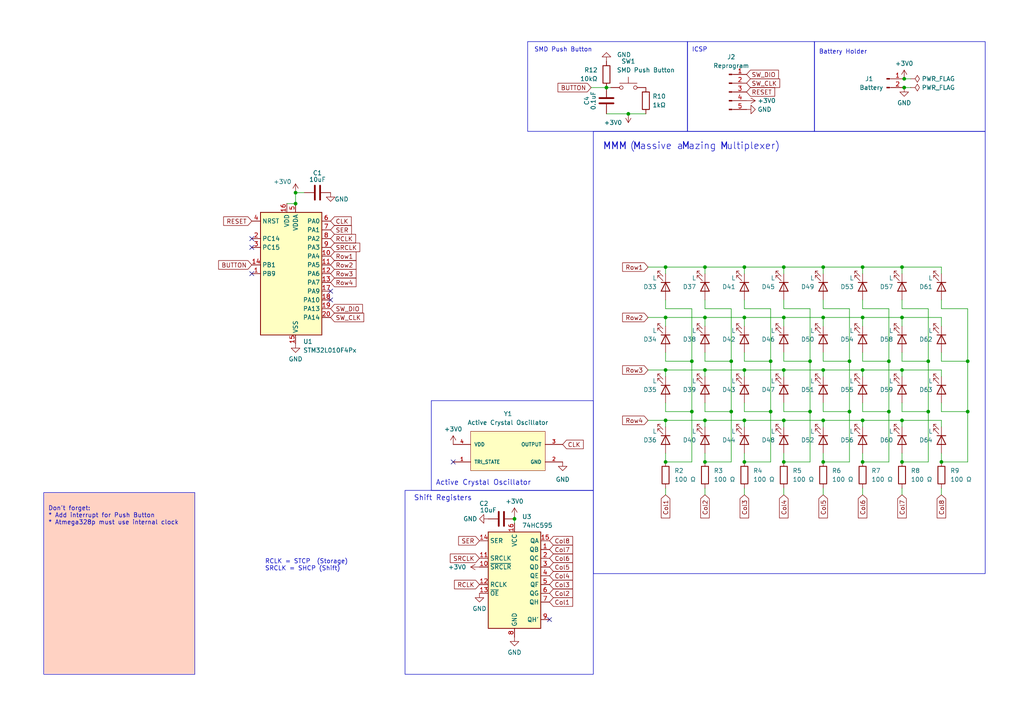
<source format=kicad_sch>
(kicad_sch (version 20230121) (generator eeschema)
  (paper "A4")
  (title_block (title "Holographic Business Card") (date "2024-12-20"))
  (lib_symbols
    (symbol "74xx:74HC595"
      (property "Reference" "U" (at -7.62 13.97 0))
      (property "Value" "74HC595" (at -7.62 -16.51 0))
      (symbol "74HC595_1_0"
        (pin tri_state line (at 10.16 7.62 180) (length 2.54) (name "QB") (number "1"))
        (pin input line (at -10.16 2.54 0) (length 2.54) (name "~{SRCLR}") (number "10"))
        (pin input line (at -10.16 5.08 0) (length 2.54) (name "SRCLK") (number "11"))
        (pin input line (at -10.16 -2.54 0) (length 2.54) (name "RCLK") (number "12"))
        (pin input line (at -10.16 -5.08 0) (length 2.54) (name "~{OE}") (number "13"))
        (pin input line (at -10.16 10.16 0) (length 2.54) (name "SER") (number "14"))
        (pin tri_state line (at 10.16 10.16 180) (length 2.54) (name "QA") (number "15"))
        (pin power_in line (at 0 15.24 270) (length 2.54) (name "VCC") (number "16"))
        (pin tri_state line (at 10.16 5.08 180) (length 2.54) (name "QC") (number "2"))
        (pin tri_state line (at 10.16 2.54 180) (length 2.54) (name "QD") (number "3"))
        (pin tri_state line (at 10.16 0 180) (length 2.54) (name "QE") (number "4"))
        (pin tri_state line (at 10.16 -2.54 180) (length 2.54) (name "QF") (number "5"))
        (pin tri_state line (at 10.16 -5.08 180) (length 2.54) (name "QG") (number "6"))
        (pin tri_state line (at 10.16 -7.62 180) (length 2.54) (name "QH") (number "7"))
        (pin power_in line (at 0 -17.78 90) (length 2.54) (name "GND") (number "8"))
        (pin output line (at 10.16 -12.7 180) (length 2.54) (name "QH'") (number "9"))
      )
      (symbol "74HC595_1_1"
        (rectangle (start -7.62 12.7) (end 7.62 -15.24) (stroke (width 0.254)) (fill (type background)))
      )
    )
    (symbol "Colins_schematics:ECS-2520MV-160-CN-TR" (pin_names (offset 1.016))
      (property "Reference" "Y" (at -8.89 0 0))
      (property "Value" "Active Crystal Oscillator" (at -6.35 -12.7 0))
      (symbol "ECS-2520MV-160-CN-TR_0_0"
        (rectangle (start -6.35 1.27) (end 15.24 -10.16) (stroke (width 0.127)) (fill (type background)))
        (pin input line (at -11.43 -7.62 0) (length 5.08) (name "TRI_STATE") (number "1"))
        (pin power_in line (at 20.32 -7.62 180) (length 5.08) (name "GND") (number "2"))
        (pin output line (at 20.32 -2.54 180) (length 5.08) (name "OUTPUT") (number "3"))
        (pin input line (at -11.43 -2.54 0) (length 5.08) (name "VDD") (number "4"))
      )
    )
    (symbol "Connector:Conn_01x02_Pin" (pin_names (offset 1.016) hide)
      (property "Reference" "J" (at 0 2.54 0))
      (property "Value" "Conn_01x02_Pin" (at 0 -5.08 0))
      (symbol "Conn_01x02_Pin_1_1"
        (polyline (pts (xy 1.27 -2.54) (xy 0.8636 -2.54)) (stroke (width 0.1524)))
        (polyline (pts (xy 1.27 0) (xy 0.8636 0)) (stroke (width 0.1524)))
        (rectangle (start 0.8636 -2.413) (end 0 -2.667) (stroke (width 0.1524)) (fill (type outline)))
        (rectangle (start 0.8636 0.127) (end 0 -0.127) (stroke (width 0.1524)) (fill (type outline)))
        (pin passive line (at 5.08 0 180) (length 3.81) (name "Pin_1") (number "1"))
        (pin passive line (at 5.08 -2.54 180) (length 3.81) (name "Pin_2") (number "2"))
      )
    )
    (symbol "Connector:Conn_01x05_Pin" (pin_names (offset 1.016) hide)
      (property "Reference" "J" (at 0 7.62 0))
      (property "Value" "Conn_01x05_Pin" (at 0 -7.62 0))
      (symbol "Conn_01x05_Pin_1_1"
        (polyline (pts (xy 1.27 -5.08) (xy 0.8636 -5.08)) (stroke (width 0.1524)))
        (polyline (pts (xy 1.27 -2.54) (xy 0.8636 -2.54)) (stroke (width 0.1524)))
        (polyline (pts (xy 1.27 0) (xy 0.8636 0)) (stroke (width 0.1524)))
        (polyline (pts (xy 1.27 2.54) (xy 0.8636 2.54)) (stroke (width 0.1524)))
        (polyline (pts (xy 1.27 5.08) (xy 0.8636 5.08)) (stroke (width 0.1524)))
        (rectangle (start 0.8636 -4.953) (end 0 -5.207) (stroke (width 0.1524)) (fill (type outline)))
        (rectangle (start 0.8636 -2.413) (end 0 -2.667) (stroke (width 0.1524)) (fill (type outline)))
        (rectangle (start 0.8636 0.127) (end 0 -0.127) (stroke (width 0.1524)) (fill (type outline)))
        (rectangle (start 0.8636 2.667) (end 0 2.413) (stroke (width 0.1524)) (fill (type outline)))
        (rectangle (start 0.8636 5.207) (end 0 4.953) (stroke (width 0.1524)) (fill (type outline)))
        (pin passive line (at 5.08 5.08 180) (length 3.81) (name "Pin_1") (number "1"))
        (pin passive line (at 5.08 2.54 180) (length 3.81) (name "Pin_2") (number "2"))
        (pin passive line (at 5.08 0 180) (length 3.81) (name "Pin_3") (number "3"))
        (pin passive line (at 5.08 -2.54 180) (length 3.81) (name "Pin_4") (number "4"))
        (pin passive line (at 5.08 -5.08 180) (length 3.81) (name "Pin_5") (number "5"))
      )
    )
    (symbol "Device:C" (pin_numbers hide) (pin_names (offset 0.254))
      (property "Reference" "C" (at 0.635 2.54 0))
      (property "Value" "C" (at 0.635 -2.54 0))
      (symbol "C_0_1"
        (polyline (pts (xy -2.032 -0.762) (xy 2.032 -0.762)) (stroke (width 0.508)))
        (polyline (pts (xy -2.032 0.762) (xy 2.032 0.762)) (stroke (width 0.508)))
      )
      (symbol "C_1_1"
        (pin passive line (at 0 3.81 270) (length 2.794) (name "~") (number "1"))
        (pin passive line (at 0 -3.81 90) (length 2.794) (name "~") (number "2"))
      )
    )
    (symbol "Device:LED" (pin_numbers hide) (pin_names (offset 1.016) hide)
      (property "Reference" "D" (at 0 2.54 0))
      (property "Value" "LED" (at 0 -2.54 0))
      (symbol "LED_0_1"
        (polyline (pts (xy -1.27 -1.27) (xy -1.27 1.27)) (stroke (width 0.254)))
        (polyline (pts (xy -1.27 0) (xy 1.27 0)))
        (polyline (pts (xy 1.27 -1.27) (xy 1.27 1.27) (xy -1.27 0) (xy 1.27 -1.27)) (stroke (width 0.254)))
        (polyline (pts (xy -3.048 -0.762) (xy -4.572 -2.286) (xy -3.81 -2.286) (xy -4.572 -2.286) (xy -4.572 -1.524)))
        (polyline (pts (xy -1.778 -0.762) (xy -3.302 -2.286) (xy -2.54 -2.286) (xy -3.302 -2.286) (xy -3.302 -1.524)))
      )
      (symbol "LED_1_1"
        (pin passive line (at -3.81 0 0) (length 2.54) (name "K") (number "1"))
        (pin passive line (at 3.81 0 180) (length 2.54) (name "A") (number "2"))
      )
    )
    (symbol "Device:R" (pin_numbers hide) (pin_names (offset 0))
      (property "Reference" "R" (at 2.032 0 90))
      (property "Value" "R" (at 0 0 90))
      (symbol "R_0_1"
        (rectangle (start -1.016 -2.54) (end 1.016 2.54) (stroke (width 0.254)))
      )
      (symbol "R_1_1"
        (pin passive line (at 0 3.81 270) (length 1.27) (name "~") (number "1"))
        (pin passive line (at 0 -3.81 90) (length 1.27) (name "~") (number "2"))
      )
    )
    (symbol "MCU_ST_STM32L0:STM32L010F4Px"
      (property "Reference" "U" (at -7.62 19.05 0))
      (property "Value" "STM32L010F4Px" (at 5.08 19.05 0))
      (symbol "STM32L010F4Px_0_1"
        (rectangle (start -7.62 -17.78) (end 10.16 17.78) (stroke (width 0.254)) (fill (type background)))
      )
      (symbol "STM32L010F4Px_1_1"
        (pin bidirectional line (at -10.16 0 0) (length 2.54) (name "PB9") (number "1"))
        (pin bidirectional line (at 12.7 5.08 180) (length 2.54) (name "PA4") (number "10"))
        (pin bidirectional line (at 12.7 2.54 180) (length 2.54) (name "PA5") (number "11"))
        (pin bidirectional line (at 12.7 0 180) (length 2.54) (name "PA6") (number "12"))
        (pin bidirectional line (at 12.7 -2.54 180) (length 2.54) (name "PA7") (number "13"))
        (pin bidirectional line (at -10.16 2.54 0) (length 2.54) (name "PB1") (number "14"))
        (pin power_in line (at 2.54 -20.32 90) (length 2.54) (name "VSS") (number "15"))
        (pin power_in line (at 0 20.32 270) (length 2.54) (name "VDD") (number "16"))
        (pin bidirectional line (at 12.7 -5.08 180) (length 2.54) (name "PA9") (number "17"))
        (pin bidirectional line (at 12.7 -7.62 180) (length 2.54) (name "PA10") (number "18"))
        (pin bidirectional line (at 12.7 -10.16 180) (length 2.54) (name "PA13") (number "19"))
        (pin bidirectional line (at -10.16 10.16 0) (length 2.54) (name "PC14") (number "2"))
        (pin bidirectional line (at 12.7 -12.7 180) (length 2.54) (name "PA14") (number "20"))
        (pin bidirectional line (at -10.16 7.62 0) (length 2.54) (name "PC15") (number "3"))
        (pin input line (at -10.16 15.24 0) (length 2.54) (name "NRST") (number "4"))
        (pin power_in line (at 2.54 20.32 270) (length 2.54) (name "VDDA") (number "5"))
        (pin bidirectional line (at 12.7 15.24 180) (length 2.54) (name "PA0") (number "6"))
        (pin bidirectional line (at 12.7 12.7 180) (length 2.54) (name "PA1") (number "7"))
        (pin bidirectional line (at 12.7 10.16 180) (length 2.54) (name "PA2") (number "8"))
        (pin bidirectional line (at 12.7 7.62 180) (length 2.54) (name "PA3") (number "9"))
      )
    )
    (symbol "Switch:SW_Push" (pin_numbers hide) (pin_names (offset 1.016) hide)
      (property "Reference" "SW" (at 1.27 2.54 0))
      (property "Value" "SW_Push" (at 0 -1.524 0))
      (symbol "SW_Push_0_1"
        (circle (center -2.032 0) (radius 0.508))
        (polyline (pts (xy 0 1.27) (xy 0 3.048)))
        (polyline (pts (xy 2.54 1.27) (xy -2.54 1.27)))
        (circle (center 2.032 0) (radius 0.508))
        (pin passive line (at -5.08 0 0) (length 2.54) (name "1") (number "1"))
        (pin passive line (at 5.08 0 180) (length 2.54) (name "2") (number "2"))
      )
    )
    (symbol "power:+3V0" (power) (pin_names (offset 0))
      (property "Value" "+3V0" (at 0 3.556 0))
      (symbol "+3V0_0_1"
        (polyline (pts (xy -0.762 1.27) (xy 0 2.54)))
        (polyline (pts (xy 0 0) (xy 0 2.54)))
        (polyline (pts (xy 0 2.54) (xy 0.762 1.27)))
      )
      (symbol "+3V0_1_1"
        (pin power_in line (at 0 0 90) (length 0) hide (name "+3V0") (number "1"))
      )
    )
    (symbol "power:GND" (power) (pin_names (offset 0))
      (property "Value" "GND" (at 0 -3.81 0))
      (symbol "GND_0_1"
        (polyline (pts (xy 0 0) (xy 0 -1.27) (xy 1.27 -1.27) (xy 0 -2.54) (xy -1.27 -1.27) (xy 0 -1.27)))
      )
      (symbol "GND_1_1"
        (pin power_in line (at 0 0 270) (length 0) hide (name "GND") (number "1"))
      )
    )
    (symbol "power:PWR_FLAG" (power) (pin_numbers hide) (pin_names (offset 0) hide)
      (property "Value" "PWR_FLAG" (at 0 3.81 0))
      (symbol "PWR_FLAG_0_0"
        (pin power_out line (at 0 0 90) (length 0) (name "pwr") (number "1"))
      )
      (symbol "PWR_FLAG_0_1"
        (polyline (pts (xy 0 0) (xy 0 1.27) (xy -1.016 1.905) (xy 0 2.54) (xy 1.016 1.905) (xy 0 1.27)))
      )
    )
  )
  (junction (at 238.76 121.92))
  (junction (at 246.38 119.38))
  (junction (at 250.19 77.47))
  (junction (at 212.09 104.775))
  (junction (at 227.33 92.075))
  (junction (at 204.47 77.47))
  (junction (at 85.725 59.055))
  (junction (at 200.66 119.38))
  (junction (at 261.62 92.075))
  (junction (at 175.895 25.4))
  (junction (at 262.255 25.4))
  (junction (at 212.09 119.38))
  (junction (at 234.95 119.38))
  (junction (at 261.62 77.47))
  (junction (at 250.19 92.075))
  (junction (at 85.725 55.88))
  (junction (at 193.04 107.315))
  (junction (at 215.9 77.47))
  (junction (at 204.47 133.985))
  (junction (at 250.19 121.92))
  (junction (at 250.19 133.985))
  (junction (at 223.52 119.38))
  (junction (at 257.81 119.38))
  (junction (at 149.225 150.495))
  (junction (at 215.9 92.075))
  (junction (at 234.95 104.775))
  (junction (at 261.62 107.315))
  (junction (at 204.47 121.92))
  (junction (at 273.05 133.985))
  (junction (at 182.245 33.02))
  (junction (at 193.04 77.47))
  (junction (at 261.62 121.92))
  (junction (at 215.9 133.985))
  (junction (at 193.04 133.985))
  (junction (at 200.66 104.775))
  (junction (at 227.33 121.92))
  (junction (at 238.76 133.985))
  (junction (at 193.04 121.92))
  (junction (at 280.67 104.775))
  (junction (at 204.47 107.315))
  (junction (at 238.76 92.075))
  (junction (at 227.33 133.985))
  (junction (at 215.9 107.315))
  (junction (at 250.19 107.315))
  (junction (at 238.76 107.315))
  (junction (at 227.33 77.47))
  (junction (at 246.38 104.775))
  (junction (at 223.52 104.775))
  (junction (at 261.62 133.985))
  (junction (at 215.9 121.92))
  (junction (at 262.255 22.86))
  (junction (at 204.47 92.075))
  (junction (at 269.24 119.38))
  (junction (at 193.04 92.075))
  (junction (at 269.24 104.775))
  (junction (at 257.81 104.775))
  (junction (at 280.67 119.38))
  (junction (at 227.33 107.315))
  (junction (at 238.76 77.47))
  (no_connect (at 73.025 71.755))
  (no_connect (at 95.885 86.995))
  (no_connect (at 73.025 69.215))
  (no_connect (at 131.445 133.985))
  (no_connect (at 73.025 79.375))
  (no_connect (at 159.385 179.705))
  (no_connect (at 95.885 84.455))
  (wire (pts (xy 223.52 133.985) (xy 215.9 133.985)))
  (wire (pts (xy 234.95 89.535) (xy 234.95 104.775)))
  (wire (pts (xy 212.09 119.38) (xy 212.09 133.985)))
  (wire (pts (xy 238.76 107.315) (xy 250.19 107.315)))
  (wire (pts (xy 261.62 102.235) (xy 261.62 104.775)))
  (wire (pts (xy 171.45 25.4) (xy 175.895 25.4)))
  (wire (pts (xy 187.96 107.315) (xy 193.04 107.315)))
  (wire (pts (xy 261.62 107.315) (xy 261.62 109.22)))
  (wire (pts (xy 215.9 107.315) (xy 215.9 109.22)))
  (wire (pts (xy 193.04 102.235) (xy 193.04 104.775)))
  (wire (pts (xy 261.62 104.775) (xy 269.24 104.775)))
  (wire (pts (xy 250.19 89.535) (xy 257.81 89.535)))
  (wire (pts (xy 238.76 119.38) (xy 246.38 119.38)))
  (wire (pts (xy 193.04 77.47) (xy 193.04 79.375)))
  (wire (pts (xy 273.05 141.605) (xy 273.05 143.51)))
  (wire (pts (xy 227.33 133.985) (xy 227.33 131.445)))
  (wire (pts (xy 193.04 92.075) (xy 193.04 94.615)))
  (wire (pts (xy 273.05 119.38) (xy 280.67 119.38)))
  (wire (pts (xy 204.47 121.92) (xy 215.9 121.92)))
  (wire (pts (xy 200.66 89.535) (xy 200.66 104.775)))
  (wire (pts (xy 227.33 86.995) (xy 227.33 89.535)))
  (wire (pts (xy 261.62 121.92) (xy 273.05 121.92)))
  (wire (pts (xy 193.04 119.38) (xy 200.66 119.38)))
  (wire (pts (xy 204.47 141.605) (xy 204.47 143.51)))
  (wire (pts (xy 238.76 116.84) (xy 238.76 119.38)))
  (wire (pts (xy 261.62 86.995) (xy 261.62 89.535)))
  (wire (pts (xy 273.05 116.84) (xy 273.05 119.38)))
  (wire (pts (xy 227.33 107.315) (xy 238.76 107.315)))
  (wire (pts (xy 193.04 107.315) (xy 193.04 109.22)))
  (wire (pts (xy 238.76 107.315) (xy 238.76 109.22)))
  (wire (pts (xy 223.52 119.38) (xy 223.52 133.985)))
  (wire (pts (xy 261.62 92.075) (xy 273.05 92.075)))
  (wire (pts (xy 280.67 104.775) (xy 280.67 119.38)))
  (wire (pts (xy 238.76 121.92) (xy 238.76 123.825)))
  (wire (pts (xy 227.33 121.92) (xy 238.76 121.92)))
  (wire (pts (xy 193.04 89.535) (xy 200.66 89.535)))
  (wire (pts (xy 250.19 107.315) (xy 250.19 109.22)))
  (wire (pts (xy 215.9 107.315) (xy 227.33 107.315)))
  (wire (pts (xy 223.52 104.775) (xy 223.52 119.38)))
  (wire (pts (xy 261.62 121.92) (xy 261.62 123.825)))
  (wire (pts (xy 261.62 92.075) (xy 261.62 94.615)))
  (wire (pts (xy 261.62 89.535) (xy 269.24 89.535)))
  (wire (pts (xy 193.04 121.92) (xy 204.47 121.92)))
  (wire (pts (xy 215.9 133.985) (xy 215.9 131.445)))
  (wire (pts (xy 200.66 119.38) (xy 200.66 133.985)))
  (wire (pts (xy 204.47 107.315) (xy 215.9 107.315)))
  (wire (pts (xy 227.33 141.605) (xy 227.33 143.51)))
  (wire (pts (xy 200.66 104.775) (xy 200.66 119.38)))
  (wire (pts (xy 193.04 107.315) (xy 204.47 107.315)))
  (wire (pts (xy 193.04 121.92) (xy 193.04 123.825)))
  (wire (pts (xy 250.19 92.075) (xy 261.62 92.075)))
  (wire (pts (xy 273.05 102.235) (xy 273.05 104.775)))
  (wire (pts (xy 250.19 119.38) (xy 257.81 119.38)))
  (wire (pts (xy 280.67 119.38) (xy 280.67 133.985)))
  (wire (pts (xy 273.05 104.775) (xy 280.67 104.775)))
  (wire (pts (xy 204.47 89.535) (xy 212.09 89.535)))
  (wire (pts (xy 261.62 77.47) (xy 273.05 77.47)))
  (wire (pts (xy 204.47 77.47) (xy 215.9 77.47)))
  (wire (pts (xy 215.9 121.92) (xy 227.33 121.92)))
  (wire (pts (xy 227.33 104.775) (xy 234.95 104.775)))
  (wire (pts (xy 238.76 86.995) (xy 238.76 89.535)))
  (wire (pts (xy 149.225 150.495) (xy 149.225 151.765)))
  (wire (pts (xy 223.52 89.535) (xy 223.52 104.775)))
  (wire (pts (xy 250.19 133.985) (xy 250.19 131.445)))
  (wire (pts (xy 238.76 92.075) (xy 238.76 94.615)))
  (wire (pts (xy 238.76 133.985) (xy 238.76 131.445)))
  (wire (pts (xy 215.9 92.075) (xy 215.9 94.615)))
  (wire (pts (xy 238.76 89.535) (xy 246.38 89.535)))
  (wire (pts (xy 273.05 86.995) (xy 273.05 89.535)))
  (wire (pts (xy 238.76 92.075) (xy 250.19 92.075)))
  (wire (pts (xy 204.47 121.92) (xy 204.47 123.825)))
  (wire (pts (xy 215.9 141.605) (xy 215.9 143.51)))
  (wire (pts (xy 204.47 92.075) (xy 215.9 92.075)))
  (wire (pts (xy 204.47 104.775) (xy 212.09 104.775)))
  (wire (pts (xy 187.96 77.47) (xy 193.04 77.47)))
  (wire (pts (xy 273.05 107.315) (xy 273.05 109.22)))
  (wire (pts (xy 204.47 133.985) (xy 204.47 131.445)))
  (wire (pts (xy 215.9 102.235) (xy 215.9 104.775)))
  (wire (pts (xy 250.19 121.92) (xy 250.19 123.825)))
  (wire (pts (xy 257.81 104.775) (xy 257.81 119.38)))
  (wire (pts (xy 261.62 107.315) (xy 273.05 107.315)))
  (wire (pts (xy 215.9 104.775) (xy 223.52 104.775)))
  (wire (pts (xy 193.04 77.47) (xy 204.47 77.47)))
  (wire (pts (xy 215.9 92.075) (xy 227.33 92.075)))
  (wire (pts (xy 261.62 133.985) (xy 261.62 131.445)))
  (wire (pts (xy 204.47 107.315) (xy 204.47 109.22)))
  (wire (pts (xy 175.895 33.02) (xy 182.245 33.02)))
  (wire (pts (xy 269.24 104.775) (xy 269.24 119.38)))
  (wire (pts (xy 204.47 86.995) (xy 204.47 89.535)))
  (wire (pts (xy 273.05 121.92) (xy 273.05 123.825)))
  (wire (pts (xy 250.19 102.235) (xy 250.19 104.775)))
  (wire (pts (xy 246.38 89.535) (xy 246.38 104.775)))
  (wire (pts (xy 193.04 92.075) (xy 204.47 92.075)))
  (wire (pts (xy 269.24 133.985) (xy 261.62 133.985)))
  (wire (pts (xy 193.04 133.985) (xy 193.04 131.445)))
  (wire (pts (xy 250.19 77.47) (xy 261.62 77.47)))
  (wire (pts (xy 246.38 133.985) (xy 238.76 133.985)))
  (wire (pts (xy 212.09 133.985) (xy 204.47 133.985)))
  (wire (pts (xy 204.47 92.075) (xy 204.47 94.615)))
  (wire (pts (xy 246.38 104.775) (xy 246.38 119.38)))
  (wire (pts (xy 234.95 104.775) (xy 234.95 119.38)))
  (wire (pts (xy 85.725 55.88) (xy 85.725 59.055)))
  (wire (pts (xy 215.9 89.535) (xy 223.52 89.535)))
  (wire (pts (xy 215.9 77.47) (xy 215.9 79.375)))
  (wire (pts (xy 215.9 77.47) (xy 227.33 77.47)))
  (wire (pts (xy 187.96 121.92) (xy 193.04 121.92)))
  (wire (pts (xy 257.81 119.38) (xy 257.81 133.985)))
  (wire (pts (xy 264.16 22.86) (xy 262.255 22.86)))
  (wire (pts (xy 234.95 119.38) (xy 234.95 133.985)))
  (wire (pts (xy 238.76 77.47) (xy 238.76 79.375)))
  (wire (pts (xy 269.24 119.38) (xy 269.24 133.985)))
  (wire (pts (xy 264.16 25.4) (xy 262.255 25.4)))
  (wire (pts (xy 193.04 104.775) (xy 200.66 104.775)))
  (wire (pts (xy 227.33 92.075) (xy 227.33 94.615)))
  (wire (pts (xy 250.19 121.92) (xy 261.62 121.92)))
  (wire (pts (xy 238.76 102.235) (xy 238.76 104.775)))
  (wire (pts (xy 182.245 33.02) (xy 187.325 33.02)))
  (wire (pts (xy 204.47 77.47) (xy 204.47 79.375)))
  (wire (pts (xy 227.33 92.075) (xy 238.76 92.075)))
  (wire (pts (xy 280.67 133.985) (xy 273.05 133.985)))
  (wire (pts (xy 193.04 116.84) (xy 193.04 119.38)))
  (wire (pts (xy 227.33 89.535) (xy 234.95 89.535)))
  (wire (pts (xy 238.76 121.92) (xy 250.19 121.92)))
  (wire (pts (xy 204.47 119.38) (xy 212.09 119.38)))
  (wire (pts (xy 238.76 104.775) (xy 246.38 104.775)))
  (wire (pts (xy 250.19 107.315) (xy 261.62 107.315)))
  (wire (pts (xy 261.62 119.38) (xy 269.24 119.38)))
  (wire (pts (xy 227.33 77.47) (xy 238.76 77.47)))
  (wire (pts (xy 215.9 119.38) (xy 223.52 119.38)))
  (wire (pts (xy 250.19 86.995) (xy 250.19 89.535)))
  (wire (pts (xy 215.9 116.84) (xy 215.9 119.38)))
  (wire (pts (xy 227.33 77.47) (xy 227.33 79.375)))
  (wire (pts (xy 234.95 133.985) (xy 227.33 133.985)))
  (wire (pts (xy 250.19 77.47) (xy 250.19 79.375)))
  (wire (pts (xy 273.05 77.47) (xy 273.05 79.375)))
  (wire (pts (xy 273.05 133.985) (xy 273.05 131.445)))
  (wire (pts (xy 227.33 121.92) (xy 227.33 123.825)))
  (wire (pts (xy 193.04 86.995) (xy 193.04 89.535)))
  (wire (pts (xy 280.67 89.535) (xy 280.67 104.775)))
  (wire (pts (xy 175.895 25.4) (xy 177.165 25.4)))
  (wire (pts (xy 200.66 133.985) (xy 193.04 133.985)))
  (wire (pts (xy 273.05 92.075) (xy 273.05 94.615)))
  (wire (pts (xy 215.9 121.92) (xy 215.9 123.825)))
  (wire (pts (xy 83.185 59.055) (xy 85.725 59.055)))
  (wire (pts (xy 187.96 92.075) (xy 193.04 92.075)))
  (wire (pts (xy 212.09 104.775) (xy 212.09 119.38)))
  (wire (pts (xy 246.38 119.38) (xy 246.38 133.985)))
  (wire (pts (xy 149.225 149.86) (xy 149.225 150.495)))
  (wire (pts (xy 204.47 102.235) (xy 204.47 104.775)))
  (wire (pts (xy 193.04 141.605) (xy 193.04 143.51)))
  (wire (pts (xy 227.33 119.38) (xy 234.95 119.38)))
  (wire (pts (xy 261.62 77.47) (xy 261.62 79.375)))
  (wire (pts (xy 238.76 77.47) (xy 250.19 77.47)))
  (wire (pts (xy 88.265 55.88) (xy 85.725 55.88)))
  (wire (pts (xy 257.81 89.535) (xy 257.81 104.775)))
  (wire (pts (xy 273.05 89.535) (xy 280.67 89.535)))
  (wire (pts (xy 250.19 141.605) (xy 250.19 143.51)))
  (wire (pts (xy 204.47 116.84) (xy 204.47 119.38)))
  (wire (pts (xy 227.33 116.84) (xy 227.33 119.38)))
  (wire (pts (xy 261.62 141.605) (xy 261.62 143.51)))
  (wire (pts (xy 250.19 92.075) (xy 250.19 94.615)))
  (wire (pts (xy 261.62 116.84) (xy 261.62 119.38)))
  (wire (pts (xy 215.9 86.995) (xy 215.9 89.535)))
  (wire (pts (xy 212.09 89.535) (xy 212.09 104.775)))
  (wire (pts (xy 227.33 102.235) (xy 227.33 104.775)))
  (wire (pts (xy 238.76 141.605) (xy 238.76 143.51)))
  (wire (pts (xy 250.19 116.84) (xy 250.19 119.38)))
  (wire (pts (xy 257.81 133.985) (xy 250.19 133.985)))
  (wire (pts (xy 269.24 89.535) (xy 269.24 104.775)))
  (wire (pts (xy 250.19 104.775) (xy 257.81 104.775)))
  (wire (pts (xy 227.33 107.315) (xy 227.33 109.22)))
  (rectangle (start 236.22 38.1) (end 236.22 38.1))
  (rectangle (start 153.035 12.065) (end 199.39 38.1))
  (rectangle (start 172.085 38.1) (end 285.75 166.37))
  (rectangle (start 199.39 12.065) (end 236.22 38.1))
  (rectangle (start 12.7 142.875) (end 56.515 195.58) (fill (type color) (color 255 210 195 1)))
  (rectangle (start 117.475 142.24) (end 172.085 195.58))
  (rectangle (start 236.22 12.065) (end 285.75 38.1))
  (rectangle (start 125.095 116.205) (end 172.085 142.24))
  (text "M" (at 208.7626 43.6626 0) (effects (font (size 2 2) (thickness 0.254) bold) (justify left bottom)))
  (text " ( assive a azing  ultiplexer)" (at 181.1274 43.6372 0) (effects (font (size 2 2)) (justify left bottom)))
  (text "M" (at 183.4642 43.6626 0) (effects (font (size 2 2) (thickness 0.254) bold) (justify left bottom)))
  (text "SMD Push Button" (at 154.94 15.24 0) (effects (font (size 1.27 1.27)) (justify left bottom)))
  (text "Don't forget:\n* Add interrupt for Push Button\n* Atmega328p must use internal clock" (at 13.97 152.4 0) (effects (font (size 1.27 1.27)) (justify left bottom)))
  (text "Shift Registers\n" (at 120.015 145.415 0) (effects (font (size 1.5 1.5)) (justify left bottom)))
  (text "MMM" (at 174.7774 43.6372 0) (effects (font (size 2 2) (thickness 0.254) bold) (justify left bottom)))
  (text "M" (at 197.612 43.5864 0) (effects (font (size 2 2) (thickness 0.254) bold) (justify left bottom)))
  (text "RCLK = STCP  (Storage)\nSRCLK = SHCP (Shift)" (at 76.835 165.735 0) (effects (font (size 1.27 1.27)) (justify left bottom)))
  (text "Battery Holder" (at 237.49 15.875 0) (effects (font (size 1.27 1.27)) (justify left bottom)))
  (text "ICSP" (at 200.66 15.24 0) (effects (font (size 1.27 1.27)) (justify left bottom)))
  (text "Active Crystal Oscillator\n" (at 126.365 140.97 0) (effects (font (size 1.5 1.5)) (justify left bottom)))
  (global_label "Row4" (shape input) (at 95.885 81.915 0) (property "Intersheetrefs" "${INTERSHEET_REFS}" (effects hide)))
  (global_label "Col4" (shape input) (at 159.385 167.005 0) (property "Intersheetrefs" "${INTERSHEET_REFS}" (effects hide)))
  (global_label "BUTTON" (shape input) (at 171.45 25.4 180) (property "Intersheetrefs" "${INTERSHEET_REFS}" (effects hide)))
  (global_label "Col6" (shape input) (at 159.385 161.925 0) (property "Intersheetrefs" "${INTERSHEET_REFS}" (effects hide)))
  (global_label "Col4" (shape input) (at 227.33 143.51 270) (property "Intersheetrefs" "${INTERSHEET_REFS}" (effects hide)))
  (global_label "Col1" (shape input) (at 159.385 174.625 0) (property "Intersheetrefs" "${INTERSHEET_REFS}" (effects hide)))
  (global_label "Row2" (shape input) (at 187.96 92.075 180) (property "Intersheetrefs" "${INTERSHEET_REFS}" (effects hide)))
  (global_label "CLK" (shape input) (at 163.195 128.905 0) (property "Intersheetrefs" "${INTERSHEET_REFS}" (effects hide)))
  (global_label "Col5" (shape input) (at 159.385 164.465 0) (property "Intersheetrefs" "${INTERSHEET_REFS}" (effects hide)))
  (global_label "Col7" (shape input) (at 261.62 143.51 270) (property "Intersheetrefs" "${INTERSHEET_REFS}" (effects hide)))
  (global_label "Col2" (shape input) (at 204.47 143.51 270) (property "Intersheetrefs" "${INTERSHEET_REFS}" (effects hide)))
  (global_label "Row1" (shape input) (at 187.96 77.47 180) (property "Intersheetrefs" "${INTERSHEET_REFS}" (effects hide)))
  (global_label "Col3" (shape input) (at 215.9 143.51 270) (property "Intersheetrefs" "${INTERSHEET_REFS}" (effects hide)))
  (global_label "Col2" (shape input) (at 159.385 172.085 0) (property "Intersheetrefs" "${INTERSHEET_REFS}" (effects hide)))
  (global_label "Col8" (shape input) (at 159.385 156.845 0) (property "Intersheetrefs" "${INTERSHEET_REFS}" (effects hide)))
  (global_label "RCLK" (shape input) (at 95.885 69.215 0) (property "Intersheetrefs" "${INTERSHEET_REFS}" (effects hide)))
  (global_label "Row4" (shape input) (at 187.96 121.92 180) (property "Intersheetrefs" "${INTERSHEET_REFS}" (effects hide)))
  (global_label "BUTTON" (shape input) (at 73.025 76.835 180) (property "Intersheetrefs" "${INTERSHEET_REFS}" (effects hide)))
  (global_label "Row3" (shape input) (at 187.96 107.315 180) (property "Intersheetrefs" "${INTERSHEET_REFS}" (effects hide)))
  (global_label "SRCLK" (shape input) (at 95.885 71.755 0) (property "Intersheetrefs" "${INTERSHEET_REFS}" (effects hide)))
  (global_label "Col3" (shape input) (at 159.385 169.545 0) (property "Intersheetrefs" "${INTERSHEET_REFS}" (effects hide)))
  (global_label "Row1" (shape input) (at 95.885 74.295 0) (property "Intersheetrefs" "${INTERSHEET_REFS}" (effects hide)))
  (global_label "SER" (shape input) (at 139.065 156.845 180) (property "Intersheetrefs" "${INTERSHEET_REFS}" (effects hide)))
  (global_label "SW_CLK" (shape input) (at 216.535 24.13 0) (property "Intersheetrefs" "${INTERSHEET_REFS}" (effects hide)))
  (global_label "Col8" (shape input) (at 273.05 143.51 270) (property "Intersheetrefs" "${INTERSHEET_REFS}" (effects hide)))
  (global_label "Col7" (shape input) (at 159.385 159.385 0) (property "Intersheetrefs" "${INTERSHEET_REFS}" (effects hide)))
  (global_label "Col6" (shape input) (at 250.19 143.51 270) (property "Intersheetrefs" "${INTERSHEET_REFS}" (effects hide)))
  (global_label "Row2" (shape input) (at 95.885 76.835 0) (property "Intersheetrefs" "${INTERSHEET_REFS}" (effects hide)))
  (global_label "Col1" (shape input) (at 193.04 143.51 270) (property "Intersheetrefs" "${INTERSHEET_REFS}" (effects hide)))
  (global_label "SW_CLK" (shape input) (at 95.885 92.075 0) (property "Intersheetrefs" "${INTERSHEET_REFS}" (effects hide)))
  (global_label "Col5" (shape input) (at 238.76 143.51 270) (property "Intersheetrefs" "${INTERSHEET_REFS}" (effects hide)))
  (global_label "Row3" (shape input) (at 95.885 79.375 0) (property "Intersheetrefs" "${INTERSHEET_REFS}" (effects hide)))
  (global_label "CLK" (shape input) (at 95.885 64.135 0) (property "Intersheetrefs" "${INTERSHEET_REFS}" (effects hide)))
  (global_label "SER" (shape input) (at 95.885 66.675 0) (property "Intersheetrefs" "${INTERSHEET_REFS}" (effects hide)))
  (global_label "SW_DIO" (shape input) (at 95.885 89.535 0) (property "Intersheetrefs" "${INTERSHEET_REFS}" (effects hide)))
  (global_label "RCLK" (shape input) (at 139.065 169.545 180) (property "Intersheetrefs" "${INTERSHEET_REFS}" (effects hide)))
  (global_label "RESET" (shape input) (at 216.535 26.67 0) (property "Intersheetrefs" "${INTERSHEET_REFS}" (effects hide)))
  (global_label "SRCLK" (shape input) (at 139.065 161.925 180) (property "Intersheetrefs" "${INTERSHEET_REFS}" (effects hide)))
  (global_label "SW_DIO" (shape input) (at 216.535 21.59 0) (property "Intersheetrefs" "${INTERSHEET_REFS}" (effects hide)))
  (global_label "RESET" (shape input) (at 73.025 64.135 180) (property "Intersheetrefs" "${INTERSHEET_REFS}" (effects hide)))
  (symbol (lib_id "Device:LED") (at 261.62 113.03 270) (unit 1)
    (property "Reference" "D59" (at 259.08 113.03 90) (effects (justify right)))
    (property "Value" "L" (at 259.08 110.49 90) (effects (justify right)))
    (property "Footprint" "LED_SMD:LED_0805_2012Metric" (effects hide))
    (property "LCSC" "C434431" (effects hide))
  )
  (symbol (lib_id "Device:LED") (at 261.62 127.635 270) (unit 1)
    (property "Reference" "D60" (at 259.08 127.635 90) (effects (justify right)))
    (property "Value" "L" (at 259.08 125.095 90) (effects (justify right)))
    (property "Footprint" "LED_SMD:LED_0805_2012Metric" (effects hide))
    (property "LCSC" "C434431" (effects hide))
  )
  (symbol (lib_id "Device:LED") (at 227.33 98.425 270) (unit 1)
    (property "Reference" "D46" (at 224.79 98.425 90) (effects (justify right)))
    (property "Value" "L" (at 224.79 95.885 90) (effects (justify right)))
    (property "Footprint" "LED_SMD:LED_0805_2012Metric" (effects hide))
    (property "LCSC" "C434431" (effects hide))
  )
  (symbol (lib_id "Device:R") (at 261.62 137.795 0) (unit 1)
    (property "Reference" "R8" (at 264.16 136.525 0) (effects (justify left)))
    (property "Value" "100 Ω" (at 264.16 139.065 0) (effects (justify left)))
    (property "Footprint" "Resistor_SMD:R_0603_1608Metric" (effects hide))
    (property "LCSC" "C3017758" (effects hide))
  )
  (symbol (lib_id "Device:LED") (at 193.04 98.425 270) (unit 1)
    (property "Reference" "D34" (at 190.5 98.425 90) (effects (justify right)))
    (property "Value" "L" (at 190.5 95.885 90) (effects (justify right)))
    (property "Footprint" "LED_SMD:LED_0805_2012Metric" (effects hide))
    (property "LCSC" "C434431" (effects hide))
  )
  (symbol (lib_id "power:GND") (at 139.065 172.085 0) (unit 1)
    (property "Reference" "#PWR011" (effects hide))
    (property "Value" "GND" (at 139.065 176.53 0))
  )
  (symbol (lib_id "Device:LED") (at 238.76 83.185 270) (unit 1)
    (property "Reference" "D49" (at 236.22 83.185 90) (effects (justify right)))
    (property "Value" "L" (at 236.22 80.645 90) (effects (justify right)))
    (property "Footprint" "LED_SMD:LED_0805_2012Metric" (effects hide))
    (property "LCSC" "C434431" (effects hide))
  )
  (symbol (lib_id "power:+3V0") (at 149.225 149.86 0) (unit 1)
    (property "Reference" "#PWR012" (effects hide))
    (property "Value" "+3V0" (at 149.225 145.415 0))
  )
  (symbol (lib_id "Device:LED") (at 193.04 83.185 270) (unit 1)
    (property "Reference" "D33" (at 190.5 83.185 90) (effects (justify right)))
    (property "Value" "L" (at 190.5 80.645 90) (effects (justify right)))
    (property "Footprint" "LED_SMD:LED_0805_2012Metric" (effects hide))
    (property "LCSC" "C434431" (effects hide))
  )
  (symbol (lib_id "Colins_schematics:ECS-2520MV-160-CN-TR") (at 142.875 126.365 0) (unit 1)
    (property "Reference" "Y1" (at 147.32 120.015 0))
    (property "Value" "Active Crystal Oscillator" (at 147.32 122.555 0))
    (property "Footprint" "Colin New Footprints:active crystal oscillator" (effects hide))
    (property "PARTREV" "2017" (effects hide))
    (property "MANUFACTURER" "ECS INC" (effects hide))
    (property "STANDARD" "Manufacturer Recommendations" (effects hide))
    (property "LCSC" "C1857764" (effects hide))
  )
  (symbol (lib_id "Device:R") (at 193.04 137.795 0) (unit 1)
    (property "Reference" "R2" (at 195.58 136.525 0) (effects (justify left)))
    (property "Value" "100 Ω" (at 195.58 139.065 0) (effects (justify left)))
    (property "Footprint" "Resistor_SMD:R_0603_1608Metric" (effects hide))
    (property "LCSC" "C3017758" (effects hide))
  )
  (symbol (lib_id "Device:R") (at 273.05 137.795 0) (unit 1)
    (property "Reference" "R9" (at 275.59 136.525 0) (effects (justify left)))
    (property "Value" "100 Ω" (at 275.59 139.065 0) (effects (justify left)))
    (property "Footprint" "Resistor_SMD:R_0603_1608Metric" (effects hide))
    (property "LCSC" "C3017758" (effects hide))
  )
  (symbol (lib_id "power:GND") (at 95.885 55.88 0) (unit 1)
    (property "Reference" "#PWR04" (effects hide))
    (property "Value" "GND" (at 99.06 57.785 0))
  )
  (symbol (lib_id "power:+3V0") (at 85.725 55.88 0) (unit 1)
    (property "Reference" "#PWR03" (effects hide))
    (property "Value" "+3V0" (at 81.915 52.705 0))
  )
  (symbol (lib_id "Device:R") (at 204.47 137.795 0) (unit 1)
    (property "Reference" "R3" (at 207.01 136.525 0) (effects (justify left)))
    (property "Value" "100 Ω" (at 207.01 139.065 0) (effects (justify left)))
    (property "Footprint" "Resistor_SMD:R_0603_1608Metric" (effects hide))
    (property "LCSC" "C3017758" (effects hide))
  )
  (symbol (lib_id "Device:LED") (at 273.05 83.185 270) (unit 1)
    (property "Reference" "D61" (at 270.51 83.185 90) (effects (justify right)))
    (property "Value" "L" (at 270.51 80.645 90) (effects (justify right)))
    (property "Footprint" "LED_SMD:LED_0805_2012Metric" (effects hide))
    (property "LCSC" "C434431" (effects hide))
  )
  (symbol (lib_id "power:GND") (at 141.605 150.495 270) (unit 1)
    (property "Reference" "#PWR021" (effects hide))
    (property "Value" "GND" (at 138.43 150.495 90) (effects (justify right)))
  )
  (symbol (lib_id "Device:LED") (at 238.76 113.03 270) (unit 1)
    (property "Reference" "D51" (at 236.22 113.03 90) (effects (justify right)))
    (property "Value" "L" (at 236.22 110.49 90) (effects (justify right)))
    (property "Footprint" "LED_SMD:LED_0805_2012Metric" (effects hide))
    (property "LCSC" "C434431" (effects hide))
  )
  (symbol (lib_id "Device:LED") (at 250.19 98.425 270) (unit 1)
    (property "Reference" "D54" (at 247.65 98.425 90) (effects (justify right)))
    (property "Value" "L" (at 247.65 95.885 90) (effects (justify right)))
    (property "Footprint" "LED_SMD:LED_0805_2012Metric" (effects hide))
    (property "LCSC" "C434431" (effects hide))
  )
  (symbol (lib_id "Device:C") (at 175.895 29.21 180) (unit 1)
    (property "Reference" "C4" (at 170.18 29.21 90))
    (property "Value" "0.1uF" (at 172.085 29.21 90))
    (property "Footprint" "Capacitor_SMD:C_0603_1608Metric" (effects hide))
    (property "LCSC" "C1590" (effects hide))
  )
  (symbol (lib_id "power:+3V0") (at 139.065 164.465 90) (unit 1)
    (property "Reference" "#PWR015" (effects hide))
    (property "Value" "+3V0" (at 135.255 164.465 90) (effects (justify left)))
  )
  (symbol (lib_id "Device:R") (at 238.76 137.795 0) (unit 1)
    (property "Reference" "R6" (at 241.3 136.525 0) (effects (justify left)))
    (property "Value" "100 Ω" (at 241.3 139.065 0) (effects (justify left)))
    (property "Footprint" "Resistor_SMD:R_0603_1608Metric" (effects hide))
    (property "LCSC" "C3017758" (effects hide))
  )
  (symbol (lib_id "power:GND") (at 85.725 99.695 0) (unit 1)
    (property "Reference" "#PWR07" (effects hide))
    (property "Value" "GND" (at 85.725 104.14 0))
  )
  (symbol (lib_id "Device:LED") (at 215.9 113.03 270) (unit 1)
    (property "Reference" "D43" (at 213.36 113.03 90) (effects (justify right)))
    (property "Value" "L" (at 213.36 110.49 90) (effects (justify right)))
    (property "Footprint" "LED_SMD:LED_0805_2012Metric" (effects hide))
    (property "LCSC" "C434431" (effects hide))
  )
  (symbol (lib_id "power:PWR_FLAG") (at 264.16 22.86 270) (unit 1)
    (property "Reference" "#FLG01" (effects hide))
    (property "Value" "PWR_FLAG" (at 267.335 22.86 90) (effects (justify left)))
  )
  (symbol (lib_id "Device:LED") (at 204.47 127.635 270) (unit 1)
    (property "Reference" "D40" (at 201.93 127.635 90) (effects (justify right)))
    (property "Value" "L" (at 201.93 125.095 90) (effects (justify right)))
    (property "Footprint" "LED_SMD:LED_0805_2012Metric" (effects hide))
    (property "LCSC" "C434431" (effects hide))
  )
  (symbol (lib_id "MCU_ST_STM32L0:STM32L010F4Px") (at 83.185 79.375 0) (unit 1)
    (property "Reference" "U1" (at 87.9191 99.06 0) (effects (justify left)))
    (property "Value" "STM32L010F4Px" (at 87.9191 101.6 0) (effects (justify left)))
    (property "Footprint" "Package_SO:TSSOP-20_4.4x6.5mm_P0.65mm" (effects hide))
    (property "Datasheet" "https://www.st.com/resource/en/datasheet/stm32l010f4.pdf" (effects hide))
    (property "LCSC" "C529415" (effects hide))
  )
  (symbol (lib_id "Device:LED") (at 215.9 83.185 270) (unit 1)
    (property "Reference" "D41" (at 213.36 83.185 90) (effects (justify right)))
    (property "Value" "L" (at 213.36 80.645 90) (effects (justify right)))
    (property "Footprint" "LED_SMD:LED_0805_2012Metric" (effects hide))
    (property "LCSC" "C434431" (effects hide))
  )
  (symbol (lib_id "Device:LED") (at 204.47 83.185 270) (unit 1)
    (property "Reference" "D37" (at 201.93 83.185 90) (effects (justify right)))
    (property "Value" "L" (at 201.93 80.645 90) (effects (justify right)))
    (property "Footprint" "LED_SMD:LED_0805_2012Metric" (effects hide))
    (property "LCSC" "C434431" (effects hide))
  )
  (symbol (lib_id "Device:LED") (at 273.05 98.425 270) (unit 1)
    (property "Reference" "D62" (at 270.51 98.425 90) (effects (justify right)))
    (property "Value" "L" (at 270.51 95.885 90) (effects (justify right)))
    (property "Footprint" "LED_SMD:LED_0805_2012Metric" (effects hide))
    (property "LCSC" "C434431" (effects hide))
  )
  (symbol (lib_id "Device:LED") (at 250.19 83.185 270) (unit 1)
    (property "Reference" "D53" (at 247.65 83.185 90) (effects (justify right)))
    (property "Value" "L" (at 247.65 80.645 90) (effects (justify right)))
    (property "Footprint" "LED_SMD:LED_0805_2012Metric" (effects hide))
    (property "LCSC" "C434431" (effects hide))
  )
  (symbol (lib_id "power:+3V0") (at 182.245 33.02 180) (unit 1)
    (property "Reference" "#PWR014" (effects hide))
    (property "Value" "+3V0" (at 177.8 35.56 0))
  )
  (symbol (lib_id "Device:LED") (at 204.47 98.425 270) (unit 1)
    (property "Reference" "D38" (at 201.93 98.425 90) (effects (justify right)))
    (property "Value" "L" (at 201.93 95.885 90) (effects (justify right)))
    (property "Footprint" "LED_SMD:LED_0805_2012Metric" (effects hide))
    (property "LCSC" "C434431" (effects hide))
  )
  (symbol (lib_id "power:+3V0") (at 262.255 22.86 0) (unit 1)
    (property "Reference" "#PWR01" (effects hide))
    (property "Value" "+3V0" (at 262.255 18.415 0))
  )
  (symbol (lib_id "Device:LED") (at 227.33 113.03 270) (unit 1)
    (property "Reference" "D47" (at 224.79 113.03 90) (effects (justify right)))
    (property "Value" "L" (at 224.79 110.49 90) (effects (justify right)))
    (property "Footprint" "LED_SMD:LED_0805_2012Metric" (effects hide))
    (property "LCSC" "C434431" (effects hide))
  )
  (symbol (lib_id "Device:LED") (at 204.47 113.03 270) (unit 1)
    (property "Reference" "D39" (at 201.93 113.03 90) (effects (justify right)))
    (property "Value" "L" (at 201.93 110.49 90) (effects (justify right)))
    (property "Footprint" "LED_SMD:LED_0805_2012Metric" (effects hide))
    (property "LCSC" "C434431" (effects hide))
  )
  (symbol (lib_id "Device:C") (at 145.415 150.495 90) (unit 1)
    (property "Reference" "C2" (at 140.335 146.05 90))
    (property "Value" "10uF" (at 141.605 147.955 90))
    (property "Footprint" "Capacitor_SMD:C_0603_1608Metric" (effects hide))
    (property "LCSC" "C70225" (effects hide))
  )
  (symbol (lib_id "power:GND") (at 163.195 133.985 0) (unit 1)
    (property "Reference" "#PWR024" (effects hide))
    (property "Value" "GND" (at 163.195 139.065 0))
  )
  (symbol (lib_id "Device:LED") (at 227.33 83.185 270) (unit 1)
    (property "Reference" "D45" (at 224.79 83.185 90) (effects (justify right)))
    (property "Value" "L" (at 224.79 80.645 90) (effects (justify right)))
    (property "Footprint" "LED_SMD:LED_0805_2012Metric" (effects hide))
    (property "LCSC" "C434431" (effects hide))
  )
  (symbol (lib_id "Device:LED") (at 215.9 98.425 270) (unit 1)
    (property "Reference" "D42" (at 213.36 98.425 90) (effects (justify right)))
    (property "Value" "L" (at 213.36 95.885 90) (effects (justify right)))
    (property "Footprint" "LED_SMD:LED_0805_2012Metric" (effects hide))
    (property "LCSC" "C434431" (effects hide))
  )
  (symbol (lib_id "power:PWR_FLAG") (at 264.16 25.4 270) (unit 1)
    (property "Reference" "#FLG02" (effects hide))
    (property "Value" "PWR_FLAG" (at 267.335 25.4 90) (effects (justify left)))
  )
  (symbol (lib_id "74xx:74HC595") (at 149.225 167.005 0) (unit 1)
    (property "Reference" "U3" (at 151.4191 149.86 0) (effects (justify left)))
    (property "Value" "74HC595" (at 151.4191 152.4 0) (effects (justify left)))
    (property "Footprint" "Package_SO:TSSOP-16_4.4x5mm_P0.65mm" (effects hide))
    (property "Datasheet" "http://www.ti.com/lit/ds/symlink/sn74hc595.pdf" (effects hide))
    (property "LCSC" "C273642" (effects hide))
  )
  (symbol (lib_id "Device:LED") (at 238.76 98.425 270) (unit 1)
    (property "Reference" "D50" (at 236.22 98.425 90) (effects (justify right)))
    (property "Value" "L" (at 236.22 95.885 90) (effects (justify right)))
    (property "Footprint" "LED_SMD:LED_0805_2012Metric" (effects hide))
    (property "LCSC" "C434431" (effects hide))
  )
  (symbol (lib_id "power:GND") (at 216.535 31.75 90) (unit 1)
    (property "Reference" "#PWR06" (effects hide))
    (property "Value" "GND" (at 219.71 31.75 90) (effects (justify right)))
  )
  (symbol (lib_id "Device:C") (at 92.075 55.88 90) (unit 1)
    (property "Reference" "C1" (at 92.075 50.165 90))
    (property "Value" "10uF" (at 92.075 52.07 90))
    (property "Footprint" "Capacitor_SMD:C_0603_1608Metric" (effects hide))
    (property "LCSC" "C70225" (effects hide))
  )
  (symbol (lib_id "Device:R") (at 175.895 21.59 0) (mirror x) (unit 1)
    (property "Reference" "R12" (at 173.355 20.32 0) (effects (justify right)))
    (property "Value" "10kΩ" (at 173.355 22.86 0) (effects (justify right)))
    (property "Footprint" "Resistor_SMD:R_0603_1608Metric" (effects hide))
    (property "LCSC" "C15401" (effects hide))
  )
  (symbol (lib_id "Device:LED") (at 250.19 113.03 270) (unit 1)
    (property "Reference" "D55" (at 247.65 113.03 90) (effects (justify right)))
    (property "Value" "L" (at 247.65 110.49 90) (effects (justify right)))
    (property "Footprint" "LED_SMD:LED_0805_2012Metric" (effects hide))
    (property "LCSC" "C434431" (effects hide))
  )
  (symbol (lib_id "Device:LED") (at 227.33 127.635 270) (unit 1)
    (property "Reference" "D48" (at 224.79 127.635 90) (effects (justify right)))
    (property "Value" "L" (at 224.79 125.095 90) (effects (justify right)))
    (property "Footprint" "LED_SMD:LED_0805_2012Metric" (effects hide))
    (property "LCSC" "C434431" (effects hide))
  )
  (symbol (lib_id "Device:LED") (at 273.05 113.03 270) (unit 1)
    (property "Reference" "D63" (at 270.51 113.03 90) (effects (justify right)))
    (property "Value" "L" (at 270.51 110.49 90) (effects (justify right)))
    (property "Footprint" "LED_SMD:LED_0805_2012Metric" (effects hide))
    (property "LCSC" "C434431" (effects hide))
  )
  (symbol (lib_id "Device:LED") (at 215.9 127.635 270) (unit 1)
    (property "Reference" "D44" (at 213.36 127.635 90) (effects (justify right)))
    (property "Value" "L" (at 213.36 125.095 90) (effects (justify right)))
    (property "Footprint" "LED_SMD:LED_0805_2012Metric" (effects hide))
    (property "LCSC" "C434431" (effects hide))
  )
  (symbol (lib_id "Switch:SW_Push") (at 182.245 25.4 0) (unit 1)
    (property "Reference" "SW1" (at 182.245 17.78 0))
    (property "Value" "SMD Push Button" (at 187.325 20.32 0))
    (property "Footprint" "Button_Switch_SMD:SW_SPST_TL3342" (effects hide))
    (property "LCSC" "C2874421" (effects hide))
  )
  (symbol (lib_id "Device:LED") (at 238.76 127.635 270) (unit 1)
    (property "Reference" "D52" (at 236.22 127.635 90) (effects (justify right)))
    (property "Value" "L" (at 236.22 125.095 90) (effects (justify right)))
    (property "Footprint" "LED_SMD:LED_0805_2012Metric" (effects hide))
    (property "LCSC" "C434431" (effects hide))
  )
  (symbol (lib_id "Device:R") (at 227.33 137.795 0) (unit 1)
    (property "Reference" "R5" (at 229.87 136.525 0) (effects (justify left)))
    (property "Value" "100 Ω" (at 229.87 139.065 0) (effects (justify left)))
    (property "Footprint" "Resistor_SMD:R_0603_1608Metric" (effects hide))
    (property "LCSC" "C3017758" (effects hide))
  )
  (symbol (lib_id "power:+3V0") (at 131.445 128.905 0) (unit 1)
    (property "Reference" "#PWR08" (effects hide))
    (property "Value" "+3V0" (at 131.445 124.46 0))
  )
  (symbol (lib_id "Device:LED") (at 193.04 113.03 270) (unit 1)
    (property "Reference" "D35" (at 190.5 113.03 90) (effects (justify right)))
    (property "Value" "L" (at 190.5 110.49 90) (effects (justify right)))
    (property "Footprint" "LED_SMD:LED_0805_2012Metric" (effects hide))
    (property "LCSC" "C434431" (effects hide))
  )
  (symbol (lib_id "Device:R") (at 187.325 29.21 0) (unit 1)
    (property "Reference" "R10" (at 189.23 27.94 0) (effects (justify left)))
    (property "Value" "1kΩ" (at 189.23 30.48 0) (effects (justify left)))
    (property "Footprint" "Resistor_SMD:R_0603_1608Metric" (effects hide))
    (property "LCSC" "C14676" (effects hide))
  )
  (symbol (lib_id "Connector:Conn_01x05_Pin") (at 211.455 26.67 0) (unit 1)
    (property "Reference" "J2" (at 212.09 16.51 0))
    (property "Value" "Reprogram" (at 212.09 19.05 0))
    (property "Footprint" "Connector_PinHeader_2.54mm:PinHeader_1x05_P2.54mm_Vertical" (effects hide))
  )
  (symbol (lib_id "Device:LED") (at 261.62 98.425 270) (unit 1)
    (property "Reference" "D58" (at 259.08 98.425 90) (effects (justify right)))
    (property "Value" "L" (at 259.08 95.885 90) (effects (justify right)))
    (property "Footprint" "LED_SMD:LED_0805_2012Metric" (effects hide))
    (property "LCSC" "C434431" (effects hide))
  )
  (symbol (lib_id "Device:LED") (at 250.19 127.635 270) (unit 1)
    (property "Reference" "D56" (at 247.65 127.635 90) (effects (justify right)))
    (property "Value" "L" (at 247.65 125.095 90) (effects (justify right)))
    (property "Footprint" "LED_SMD:LED_0805_2012Metric" (effects hide))
    (property "LCSC" "C434431" (effects hide))
  )
  (symbol (lib_id "power:+3V0") (at 216.535 29.21 270) (unit 1)
    (property "Reference" "#PWR05" (effects hide))
    (property "Value" "+3V0" (at 219.71 29.21 90) (effects (justify left)))
  )
  (symbol (lib_id "Device:LED") (at 273.05 127.635 270) (unit 1)
    (property "Reference" "D64" (at 270.51 127.635 90) (effects (justify right)))
    (property "Value" "L" (at 270.51 125.095 90) (effects (justify right)))
    (property "Footprint" "LED_SMD:LED_0805_2012Metric" (effects hide))
    (property "LCSC" "C434431" (effects hide))
  )
  (symbol (lib_id "power:GND") (at 262.255 25.4 0) (unit 1)
    (property "Reference" "#PWR02" (effects hide))
    (property "Value" "GND" (at 262.255 29.845 0))
  )
  (symbol (lib_id "power:GND") (at 149.225 184.785 0) (unit 1)
    (property "Reference" "#PWR013" (effects hide))
    (property "Value" "GND" (at 149.225 189.23 0))
  )
  (symbol (lib_id "Device:R") (at 215.9 137.795 0) (unit 1)
    (property "Reference" "R4" (at 218.44 136.525 0) (effects (justify left)))
    (property "Value" "100 Ω" (at 218.44 139.065 0) (effects (justify left)))
    (property "Footprint" "Resistor_SMD:R_0603_1608Metric" (effects hide))
    (property "LCSC" "C3017758" (effects hide))
  )
  (symbol (lib_id "Connector:Conn_01x02_Pin") (at 257.175 22.86 0) (unit 1)
    (property "Reference" "J1" (at 252.095 22.86 0))
    (property "Value" "Battery" (at 252.73 25.4 0))
    (property "Footprint" "Colin New Footprints:CR2025 Circuit Board Battery Holder" (effects hide))
  )
  (symbol (lib_id "Device:R") (at 250.19 137.795 0) (unit 1)
    (property "Reference" "R7" (at 252.73 136.525 0) (effects (justify left)))
    (property "Value" "100 Ω" (at 252.73 139.065 0) (effects (justify left)))
    (property "Footprint" "Resistor_SMD:R_0603_1608Metric" (effects hide))
    (property "LCSC" "C3017758" (effects hide))
  )
  (symbol (lib_id "Device:LED") (at 193.04 127.635 270) (unit 1)
    (property "Reference" "D36" (at 190.5 127.635 90) (effects (justify right)))
    (property "Value" "L" (at 190.5 125.095 90) (effects (justify right)))
    (property "Footprint" "LED_SMD:LED_0805_2012Metric" (effects hide))
    (property "LCSC" "C434431" (effects hide))
  )
  (symbol (lib_id "power:GND") (at 175.895 17.78 180) (unit 1)
    (property "Reference" "#PWR010" (effects hide))
    (property "Value" "GND" (at 180.975 15.875 0))
  )
  (symbol (lib_id "Device:LED") (at 261.62 83.185 270) (unit 1)
    (property "Reference" "D57" (at 259.08 83.185 90) (effects (justify right)))
    (property "Value" "L" (at 259.08 80.645 90) (effects (justify right)))
    (property "Footprint" "LED_SMD:LED_0805_2012Metric" (effects hide))
    (property "LCSC" "C434431" (effects hide))
  )
)
</source>
